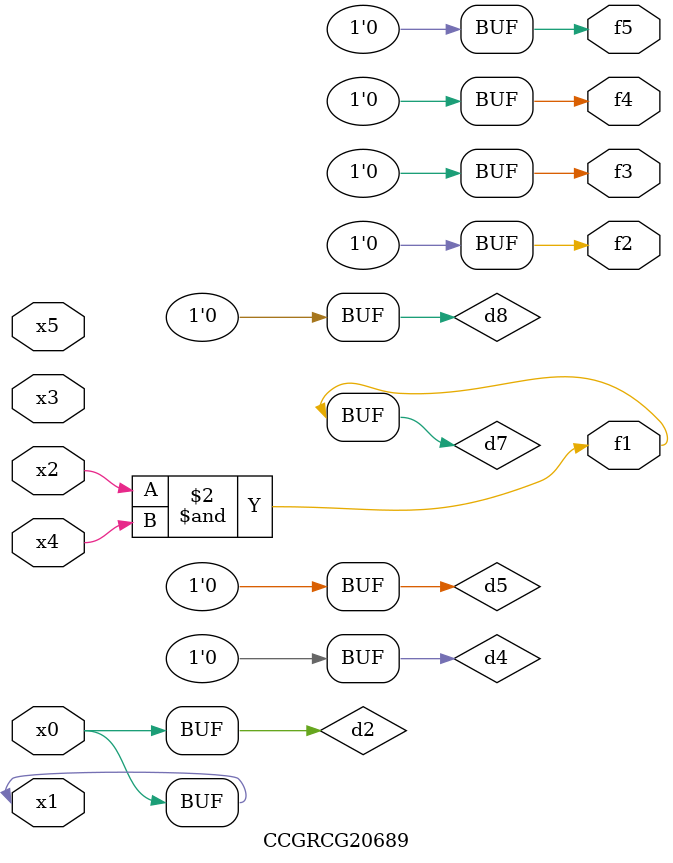
<source format=v>
module CCGRCG20689(
	input x0, x1, x2, x3, x4, x5,
	output f1, f2, f3, f4, f5
);

	wire d1, d2, d3, d4, d5, d6, d7, d8, d9;

	nand (d1, x1);
	buf (d2, x0, x1);
	nand (d3, x2, x4);
	and (d4, d1, d2);
	and (d5, d1, d2);
	nand (d6, d1, d3);
	not (d7, d3);
	xor (d8, d5);
	nor (d9, d5, d6);
	assign f1 = d7;
	assign f2 = d8;
	assign f3 = d8;
	assign f4 = d8;
	assign f5 = d8;
endmodule

</source>
